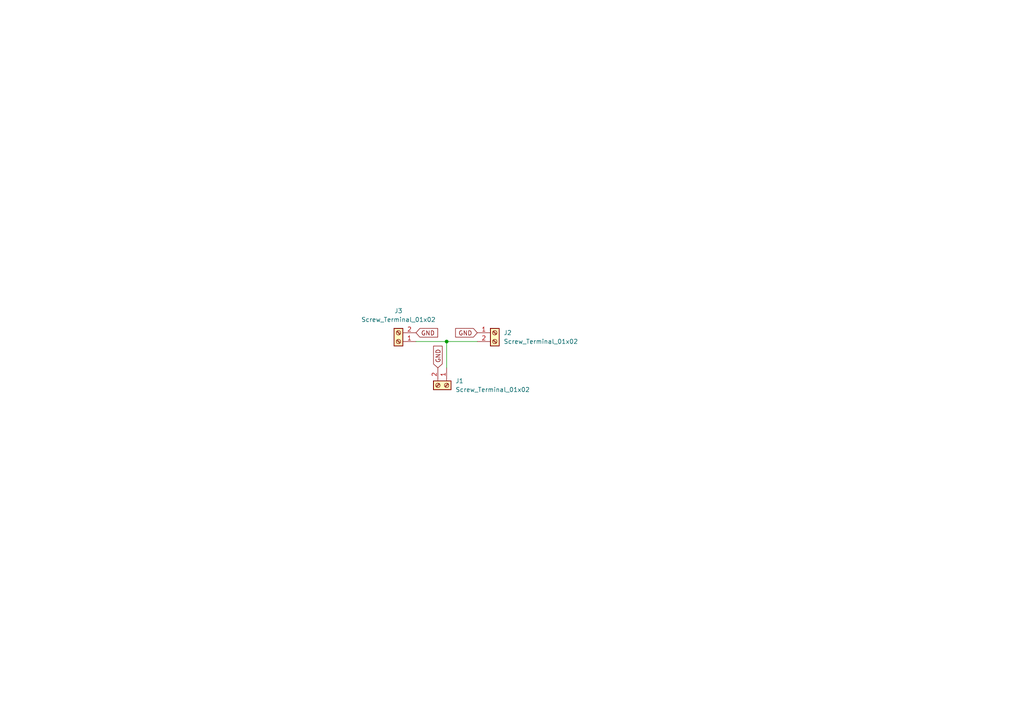
<source format=kicad_sch>
(kicad_sch (version 20250114) (generator "eeschema") (generator_version "9.0")
  (paper "A4")
  (lib_symbols
    (symbol "Connector:Screw_Terminal_01x02" (pin_names (offset 1.016) (hide yes))
      (property "Reference" "J" (at 0 2.54 0))
      (property "Value" "Screw_Terminal_01x02" (at 0 -5.08 0))
      (symbol "Screw_Terminal_01x02_1_1"
        (rectangle (start -1.27 1.27) (end 1.27 -3.81) (stroke (width 0.254)) (fill (type background)))
        (polyline (pts (xy -0.5334 0.3302) (xy 0.3302 -0.508)) (stroke (width 0.1524)))
        (polyline (pts (xy -0.5334 -2.2098) (xy 0.3302 -3.048)) (stroke (width 0.1524)))
        (polyline (pts (xy -0.3556 0.508) (xy 0.508 -0.3302)) (stroke (width 0.1524)))
        (polyline (pts (xy -0.3556 -2.032) (xy 0.508 -2.8702)) (stroke (width 0.1524)))
        (circle (center 0 0) (radius 0.635) (stroke (width 0.1524)))
        (circle (center 0 -2.54) (radius 0.635) (stroke (width 0.1524)))
        (pin passive line (at -5.08 0 0) (length 3.81) (name "Pin_1") (number "1"))
        (pin passive line (at -5.08 -2.54 0) (length 3.81) (name "Pin_2") (number "2"))
      )
    )
  )
  (junction (at 129.54 99.06))
  (wire (pts (xy 129.54 106.68) (xy 129.54 99.06)))
  (wire (pts (xy 120.65 99.06) (xy 129.54 99.06)))
  (wire (pts (xy 129.54 99.06) (xy 138.43 99.06)))
  (global_label "GND" (shape input) (at 120.65 96.52 0) (property "Intersheetrefs" "${INTERSHEET_REFS}" (effects (hide yes))))
  (global_label "GND" (shape input) (at 138.43 96.52 180) (property "Intersheetrefs" "${INTERSHEET_REFS}" (effects (hide yes))))
  (global_label "GND" (shape input) (at 127 106.68 90) (property "Intersheetrefs" "${INTERSHEET_REFS}" (effects (hide yes))))
  (symbol (lib_id "Connector:Screw_Terminal_01x02") (at 143.51 96.52 0) (unit 1)
    (property "Reference" "J2" (at 146.05 96.5199 0) (effects (justify left)))
    (property "Value" "Screw_Terminal_01x02" (at 146.05 99.0599 0) (effects (justify left)))
    (property "Footprint" "TerminalBlock:TerminalBlock_bornier-2_P5.08mm" (effects (hide yes)))
    (property "Description" "Generic screw terminal, single row, 01x02, script generated (kicad-library-utils/schlib/autogen/connector/)" (effects (hide yes)))
  )
  (symbol (lib_id "Connector:Screw_Terminal_01x02") (at 129.54 111.76 270) (unit 1)
    (property "Reference" "J1" (at 132.08 110.4899 90) (effects (justify left)))
    (property "Value" "Screw_Terminal_01x02" (at 132.08 113.0299 90) (effects (justify left)))
    (property "Footprint" "TerminalBlock:TerminalBlock_bornier-2_P5.08mm" (effects (hide yes)))
    (property "Description" "Generic screw terminal, single row, 01x02, script generated (kicad-library-utils/schlib/autogen/connector/)" (effects (hide yes)))
  )
  (symbol (lib_id "Connector:Screw_Terminal_01x02") (at 115.57 99.06 180) (unit 1)
    (property "Reference" "J3" (at 115.57 90.17 0))
    (property "Value" "Screw_Terminal_01x02" (at 115.57 92.71 0))
    (property "Footprint" "TerminalBlock:TerminalBlock_bornier-2_P5.08mm" (effects (hide yes)))
    (property "Description" "Generic screw terminal, single row, 01x02, script generated (kicad-library-utils/schlib/autogen/connector/)" (effects (hide yes)))
  )
)
</source>
